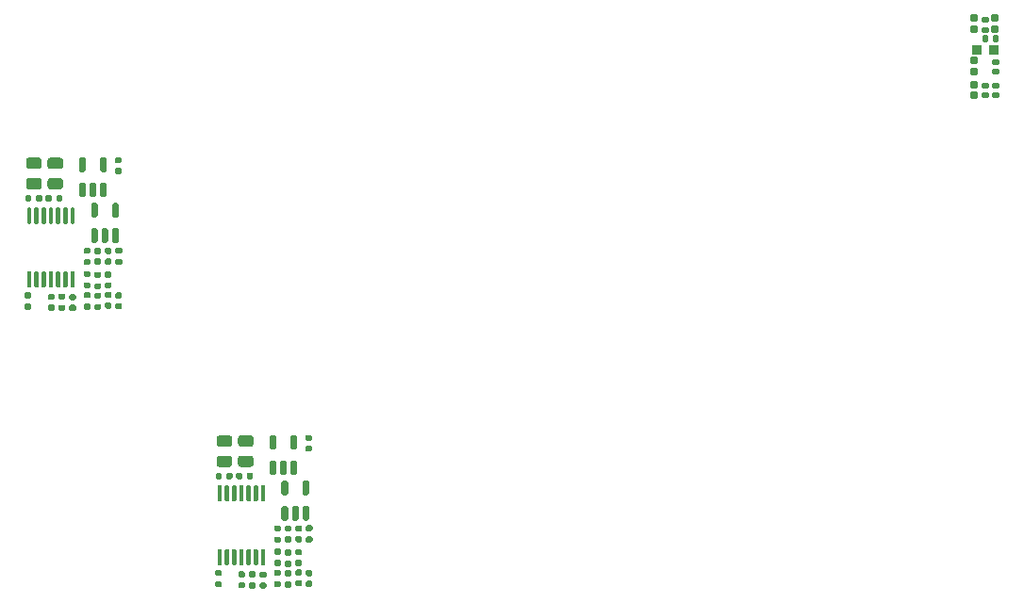
<source format=gbp>
G75*
G70*
%OFA0B0*%
%FSLAX25Y25*%
%IPPOS*%
%LPD*%
%AMOC8*
5,1,8,0,0,1.08239X$1,22.5*
%
%AMM122*
21,1,0.023620,0.018900,-0.000000,0.000000,270.000000*
21,1,0.018900,0.023620,-0.000000,0.000000,270.000000*
1,1,0.004720,-0.009450,-0.009450*
1,1,0.004720,-0.009450,0.009450*
1,1,0.004720,0.009450,0.009450*
1,1,0.004720,0.009450,-0.009450*
%
%AMM142*
21,1,0.033470,0.026770,-0.000000,0.000000,0.000000*
21,1,0.026770,0.033470,-0.000000,0.000000,0.000000*
1,1,0.006690,0.013390,-0.013390*
1,1,0.006690,-0.013390,-0.013390*
1,1,0.006690,-0.013390,0.013390*
1,1,0.006690,0.013390,0.013390*
%
%AMM316*
21,1,0.019680,0.019680,-0.000000,0.000000,0.000000*
21,1,0.015750,0.023620,-0.000000,0.000000,0.000000*
1,1,0.003940,0.007870,-0.009840*
1,1,0.003940,-0.007870,-0.009840*
1,1,0.003940,-0.007870,0.009840*
1,1,0.003940,0.007870,0.009840*
%
%AMM317*
21,1,0.019680,0.019680,-0.000000,0.000000,90.000000*
21,1,0.015750,0.023620,-0.000000,0.000000,90.000000*
1,1,0.003940,0.009840,0.007870*
1,1,0.003940,0.009840,-0.007870*
1,1,0.003940,-0.009840,-0.007870*
1,1,0.003940,-0.009840,0.007870*
%
%ADD264M122*%
%ADD288M142*%
%ADD481M316*%
%ADD482M317*%
X0098031Y0185827D02*
%LPD*%
G01*
G36*
G01*
X0128625Y0168898D02*
X0127444Y0168898D01*
G75*
G02*
X0126853Y0169488I0000000J0000591D01*
G01*
X0126853Y0173524D01*
G75*
G02*
X0127444Y0174114I0000591J0000000D01*
G01*
X0128625Y0174114D01*
G75*
G02*
X0129215Y0173524I0000000J-000591D01*
G01*
X0129215Y0169488D01*
G75*
G02*
X0128625Y0168898I-000591J0000000D01*
G01*
G37*
G36*
G01*
X0124884Y0168898D02*
X0123703Y0168898D01*
G75*
G02*
X0123113Y0169488I0000000J0000591D01*
G01*
X0123113Y0173524D01*
G75*
G02*
X0123703Y0174114I0000591J0000000D01*
G01*
X0124884Y0174114D01*
G75*
G02*
X0125475Y0173524I0000000J-000591D01*
G01*
X0125475Y0169488D01*
G75*
G02*
X0124884Y0168898I-000591J0000000D01*
G01*
G37*
G36*
G01*
X0121144Y0168898D02*
X0119963Y0168898D01*
G75*
G02*
X0119373Y0169488I0000000J0000591D01*
G01*
X0119373Y0173524D01*
G75*
G02*
X0119963Y0174114I0000591J0000000D01*
G01*
X0121144Y0174114D01*
G75*
G02*
X0121735Y0173524I0000000J-000591D01*
G01*
X0121735Y0169488D01*
G75*
G02*
X0121144Y0168898I-000591J0000000D01*
G01*
G37*
G36*
G01*
X0121144Y0177855D02*
X0119963Y0177855D01*
G75*
G02*
X0119373Y0178445I0000000J0000591D01*
G01*
X0119373Y0182481D01*
G75*
G02*
X0119963Y0183071I0000591J0000000D01*
G01*
X0121144Y0183071D01*
G75*
G02*
X0121735Y0182481I0000000J-000591D01*
G01*
X0121735Y0178445D01*
G75*
G02*
X0121144Y0177855I-000591J0000000D01*
G01*
G37*
G36*
G01*
X0128625Y0177855D02*
X0127444Y0177855D01*
G75*
G02*
X0126853Y0178445I0000000J0000591D01*
G01*
X0126853Y0182481D01*
G75*
G02*
X0127444Y0183071I0000591J0000000D01*
G01*
X0128625Y0183071D01*
G75*
G02*
X0129215Y0182481I0000000J-000591D01*
G01*
X0129215Y0178445D01*
G75*
G02*
X0128625Y0177855I-000591J0000000D01*
G01*
G37*
G36*
G01*
X0106338Y0169173D02*
X0106338Y0167835D01*
G75*
G02*
X0105787Y0167284I-000551J0000000D01*
G01*
X0104685Y0167284D01*
G75*
G02*
X0104133Y0167835I0000000J0000551D01*
G01*
X0104133Y0169173D01*
G75*
G02*
X0104685Y0169725I0000551J0000000D01*
G01*
X0105787Y0169725D01*
G75*
G02*
X0106338Y0169173I0000000J-000551D01*
G01*
G37*
G36*
G01*
X0102559Y0169173D02*
X0102559Y0167835D01*
G75*
G02*
X0102007Y0167284I-000551J0000000D01*
G01*
X0100905Y0167284D01*
G75*
G02*
X0100354Y0167835I0000000J0000551D01*
G01*
X0100354Y0169173D01*
G75*
G02*
X0100905Y0169725I0000551J0000000D01*
G01*
X0102007Y0169725D01*
G75*
G02*
X0102559Y0169173I0000000J-000551D01*
G01*
G37*
G36*
G01*
X0129055Y0142658D02*
X0130393Y0142658D01*
G75*
G02*
X0130944Y0142107I0000000J-000551D01*
G01*
X0130944Y0141004D01*
G75*
G02*
X0130393Y0140453I-000551J0000000D01*
G01*
X0129055Y0140453D01*
G75*
G02*
X0128503Y0141004I0000000J0000551D01*
G01*
X0128503Y0142107D01*
G75*
G02*
X0129055Y0142658I0000551J0000000D01*
G01*
G37*
G36*
G01*
X0129055Y0138878D02*
X0130393Y0138878D01*
G75*
G02*
X0130944Y0138327I0000000J-000551D01*
G01*
X0130944Y0137225D01*
G75*
G02*
X0130393Y0136673I-000551J0000000D01*
G01*
X0129055Y0136673D01*
G75*
G02*
X0128503Y0137225I0000000J0000551D01*
G01*
X0128503Y0138327D01*
G75*
G02*
X0129055Y0138878I0000551J0000000D01*
G01*
G37*
G36*
G01*
X0134055Y0129311D02*
X0132716Y0129311D01*
G75*
G02*
X0132165Y0129862I0000000J0000551D01*
G01*
X0132165Y0130965D01*
G75*
G02*
X0132716Y0131516I0000551J0000000D01*
G01*
X0134055Y0131516D01*
G75*
G02*
X0134606Y0130965I0000000J-000551D01*
G01*
X0134606Y0129862D01*
G75*
G02*
X0134055Y0129311I-000551J0000000D01*
G01*
G37*
G36*
G01*
X0134055Y0133091D02*
X0132716Y0133091D01*
G75*
G02*
X0132165Y0133642I0000000J0000551D01*
G01*
X0132165Y0134744D01*
G75*
G02*
X0132716Y0135296I0000551J0000000D01*
G01*
X0134055Y0135296D01*
G75*
G02*
X0134606Y0134744I0000000J-000551D01*
G01*
X0134606Y0133642D01*
G75*
G02*
X0134055Y0133091I-000551J0000000D01*
G01*
G37*
G36*
G01*
X0125314Y0151063D02*
X0126653Y0151063D01*
G75*
G02*
X0127204Y0150512I0000000J-000551D01*
G01*
X0127204Y0149410D01*
G75*
G02*
X0126653Y0148858I-000551J0000000D01*
G01*
X0125314Y0148858D01*
G75*
G02*
X0124763Y0149410I0000000J0000551D01*
G01*
X0124763Y0150512D01*
G75*
G02*
X0125314Y0151063I0000551J0000000D01*
G01*
G37*
G36*
G01*
X0125314Y0147284D02*
X0126653Y0147284D01*
G75*
G02*
X0127204Y0146733I0000000J-000551D01*
G01*
X0127204Y0145630D01*
G75*
G02*
X0126653Y0145079I-000551J0000000D01*
G01*
X0125314Y0145079D01*
G75*
G02*
X0124763Y0145630I0000000J0000551D01*
G01*
X0124763Y0146733D01*
G75*
G02*
X0125314Y0147284I0000551J0000000D01*
G01*
G37*
G36*
G01*
X0130393Y0129508D02*
X0129055Y0129508D01*
G75*
G02*
X0128503Y0130059I0000000J0000551D01*
G01*
X0128503Y0131162D01*
G75*
G02*
X0129055Y0131713I0000551J0000000D01*
G01*
X0130393Y0131713D01*
G75*
G02*
X0130944Y0131162I0000000J-000551D01*
G01*
X0130944Y0130059D01*
G75*
G02*
X0130393Y0129508I-000551J0000000D01*
G01*
G37*
G36*
G01*
X0130393Y0133288D02*
X0129055Y0133288D01*
G75*
G02*
X0128503Y0133839I0000000J0000551D01*
G01*
X0128503Y0134941D01*
G75*
G02*
X0129055Y0135492I0000551J0000000D01*
G01*
X0130393Y0135492D01*
G75*
G02*
X0130944Y0134941I0000000J-000551D01*
G01*
X0130944Y0133839D01*
G75*
G02*
X0130393Y0133288I-000551J0000000D01*
G01*
G37*
G36*
G01*
X0108877Y0134784D02*
X0110216Y0134784D01*
G75*
G02*
X0110767Y0134233I0000000J-000551D01*
G01*
X0110767Y0133130D01*
G75*
G02*
X0110216Y0132579I-000551J0000000D01*
G01*
X0108877Y0132579D01*
G75*
G02*
X0108326Y0133130I0000000J0000551D01*
G01*
X0108326Y0134233D01*
G75*
G02*
X0108877Y0134784I0000551J0000000D01*
G01*
G37*
G36*
G01*
X0108877Y0131004D02*
X0110216Y0131004D01*
G75*
G02*
X0110767Y0130453I0000000J-000551D01*
G01*
X0110767Y0129351D01*
G75*
G02*
X0110216Y0128799I-000551J0000000D01*
G01*
X0108877Y0128799D01*
G75*
G02*
X0108326Y0129351I0000000J0000551D01*
G01*
X0108326Y0130453D01*
G75*
G02*
X0108877Y0131004I0000551J0000000D01*
G01*
G37*
G36*
G01*
X0101377Y0165293D02*
X0102165Y0165293D01*
G75*
G02*
X0102559Y0164899I0000000J-000394D01*
G01*
X0102559Y0159879D01*
G75*
G02*
X0102165Y0159486I-000394J0000000D01*
G01*
X0101377Y0159486D01*
G75*
G02*
X0100984Y0159879I0000000J0000394D01*
G01*
X0100984Y0164899D01*
G75*
G02*
X0101377Y0165293I0000394J0000000D01*
G01*
G37*
G36*
G01*
X0103937Y0165293D02*
X0104724Y0165293D01*
G75*
G02*
X0105118Y0164899I0000000J-000394D01*
G01*
X0105118Y0159879D01*
G75*
G02*
X0104724Y0159486I-000394J0000000D01*
G01*
X0103937Y0159486D01*
G75*
G02*
X0103543Y0159879I0000000J0000394D01*
G01*
X0103543Y0164899D01*
G75*
G02*
X0103937Y0165293I0000394J0000000D01*
G01*
G37*
G36*
G01*
X0106496Y0165293D02*
X0107283Y0165293D01*
G75*
G02*
X0107677Y0164899I0000000J-000394D01*
G01*
X0107677Y0159879D01*
G75*
G02*
X0107283Y0159486I-000394J0000000D01*
G01*
X0106496Y0159486D01*
G75*
G02*
X0106102Y0159879I0000000J0000394D01*
G01*
X0106102Y0164899D01*
G75*
G02*
X0106496Y0165293I0000394J0000000D01*
G01*
G37*
G36*
G01*
X0109055Y0165293D02*
X0109842Y0165293D01*
G75*
G02*
X0110236Y0164899I0000000J-000394D01*
G01*
X0110236Y0159879D01*
G75*
G02*
X0109842Y0159486I-000394J0000000D01*
G01*
X0109055Y0159486D01*
G75*
G02*
X0108661Y0159879I0000000J0000394D01*
G01*
X0108661Y0164899D01*
G75*
G02*
X0109055Y0165293I0000394J0000000D01*
G01*
G37*
G36*
G01*
X0111614Y0165293D02*
X0112401Y0165293D01*
G75*
G02*
X0112795Y0164899I0000000J-000394D01*
G01*
X0112795Y0159879D01*
G75*
G02*
X0112401Y0159486I-000394J0000000D01*
G01*
X0111614Y0159486D01*
G75*
G02*
X0111220Y0159879I0000000J0000394D01*
G01*
X0111220Y0164899D01*
G75*
G02*
X0111614Y0165293I0000394J0000000D01*
G01*
G37*
G36*
G01*
X0114173Y0165293D02*
X0114960Y0165293D01*
G75*
G02*
X0115354Y0164899I0000000J-000394D01*
G01*
X0115354Y0159879D01*
G75*
G02*
X0114960Y0159486I-000394J0000000D01*
G01*
X0114173Y0159486D01*
G75*
G02*
X0113779Y0159879I0000000J0000394D01*
G01*
X0113779Y0164899D01*
G75*
G02*
X0114173Y0165293I0000394J0000000D01*
G01*
G37*
G36*
G01*
X0116732Y0165293D02*
X0117519Y0165293D01*
G75*
G02*
X0117913Y0164899I0000000J-000394D01*
G01*
X0117913Y0159879D01*
G75*
G02*
X0117519Y0159486I-000394J0000000D01*
G01*
X0116732Y0159486D01*
G75*
G02*
X0116338Y0159879I0000000J0000394D01*
G01*
X0116338Y0164899D01*
G75*
G02*
X0116732Y0165293I0000394J0000000D01*
G01*
G37*
G36*
G01*
X0116732Y0142753D02*
X0117519Y0142753D01*
G75*
G02*
X0117913Y0142360I0000000J-000394D01*
G01*
X0117913Y0137340D01*
G75*
G02*
X0117519Y0136946I-000394J0000000D01*
G01*
X0116732Y0136946D01*
G75*
G02*
X0116338Y0137340I0000000J0000394D01*
G01*
X0116338Y0142360D01*
G75*
G02*
X0116732Y0142753I0000394J0000000D01*
G01*
G37*
G36*
G01*
X0114173Y0142753D02*
X0114960Y0142753D01*
G75*
G02*
X0115354Y0142360I0000000J-000394D01*
G01*
X0115354Y0137340D01*
G75*
G02*
X0114960Y0136946I-000394J0000000D01*
G01*
X0114173Y0136946D01*
G75*
G02*
X0113779Y0137340I0000000J0000394D01*
G01*
X0113779Y0142360D01*
G75*
G02*
X0114173Y0142753I0000394J0000000D01*
G01*
G37*
G36*
G01*
X0111614Y0142753D02*
X0112401Y0142753D01*
G75*
G02*
X0112795Y0142360I0000000J-000394D01*
G01*
X0112795Y0137340D01*
G75*
G02*
X0112401Y0136946I-000394J0000000D01*
G01*
X0111614Y0136946D01*
G75*
G02*
X0111220Y0137340I0000000J0000394D01*
G01*
X0111220Y0142360D01*
G75*
G02*
X0111614Y0142753I0000394J0000000D01*
G01*
G37*
G36*
G01*
X0109055Y0142753D02*
X0109842Y0142753D01*
G75*
G02*
X0110236Y0142360I0000000J-000394D01*
G01*
X0110236Y0137340D01*
G75*
G02*
X0109842Y0136946I-000394J0000000D01*
G01*
X0109055Y0136946D01*
G75*
G02*
X0108661Y0137340I0000000J0000394D01*
G01*
X0108661Y0142360D01*
G75*
G02*
X0109055Y0142753I0000394J0000000D01*
G01*
G37*
G36*
G01*
X0106496Y0142753D02*
X0107283Y0142753D01*
G75*
G02*
X0107677Y0142360I0000000J-000394D01*
G01*
X0107677Y0137340D01*
G75*
G02*
X0107283Y0136946I-000394J0000000D01*
G01*
X0106496Y0136946D01*
G75*
G02*
X0106102Y0137340I0000000J0000394D01*
G01*
X0106102Y0142360D01*
G75*
G02*
X0106496Y0142753I0000394J0000000D01*
G01*
G37*
G36*
G01*
X0103937Y0142753D02*
X0104724Y0142753D01*
G75*
G02*
X0105118Y0142360I0000000J-000394D01*
G01*
X0105118Y0137340D01*
G75*
G02*
X0104724Y0136946I-000394J0000000D01*
G01*
X0103937Y0136946D01*
G75*
G02*
X0103543Y0137340I0000000J0000394D01*
G01*
X0103543Y0142360D01*
G75*
G02*
X0103937Y0142753I0000394J0000000D01*
G01*
G37*
G36*
G01*
X0101377Y0142753D02*
X0102165Y0142753D01*
G75*
G02*
X0102559Y0142360I0000000J-000394D01*
G01*
X0102559Y0137340D01*
G75*
G02*
X0102165Y0136946I-000394J0000000D01*
G01*
X0101377Y0136946D01*
G75*
G02*
X0100984Y0137340I0000000J0000394D01*
G01*
X0100984Y0142360D01*
G75*
G02*
X0101377Y0142753I0000394J0000000D01*
G01*
G37*
G36*
G01*
X0109248Y0182936D02*
X0112791Y0182936D01*
G75*
G02*
X0113775Y0181952I0000000J-000984D01*
G01*
X0113775Y0179885D01*
G75*
G02*
X0112791Y0178901I-000984J0000000D01*
G01*
X0109248Y0178901D01*
G75*
G02*
X0108263Y0179885I0000000J0000984D01*
G01*
X0108263Y0181952D01*
G75*
G02*
X0109248Y0182936I0000984J0000000D01*
G01*
G37*
G36*
G01*
X0109248Y0175751D02*
X0112791Y0175751D01*
G75*
G02*
X0113775Y0174767I0000000J-000984D01*
G01*
X0113775Y0172700D01*
G75*
G02*
X0112791Y0171716I-000984J0000000D01*
G01*
X0109248Y0171716D01*
G75*
G02*
X0108263Y0172700I0000000J0000984D01*
G01*
X0108263Y0174767D01*
G75*
G02*
X0109248Y0175751I0000984J0000000D01*
G01*
G37*
G36*
G01*
X0122972Y0136693D02*
X0121515Y0136693D01*
G75*
G02*
X0120984Y0137225I0000000J0000531D01*
G01*
X0120984Y0138288D01*
G75*
G02*
X0121515Y0138819I0000531J0000000D01*
G01*
X0122972Y0138819D01*
G75*
G02*
X0123503Y0138288I0000000J-000531D01*
G01*
X0123503Y0137225D01*
G75*
G02*
X0122972Y0136693I-000531J0000000D01*
G01*
G37*
G36*
G01*
X0122972Y0140709D02*
X0121515Y0140709D01*
G75*
G02*
X0120984Y0141240I0000000J0000531D01*
G01*
X0120984Y0142303D01*
G75*
G02*
X0121515Y0142835I0000531J0000000D01*
G01*
X0122972Y0142835D01*
G75*
G02*
X0123503Y0142303I0000000J-000531D01*
G01*
X0123503Y0141240D01*
G75*
G02*
X0122972Y0140709I-000531J0000000D01*
G01*
G37*
G36*
G01*
X0133897Y0177126D02*
X0132559Y0177126D01*
G75*
G02*
X0132007Y0177677I0000000J0000551D01*
G01*
X0132007Y0178780D01*
G75*
G02*
X0132559Y0179331I0000551J0000000D01*
G01*
X0133897Y0179331D01*
G75*
G02*
X0134448Y0178780I0000000J-000551D01*
G01*
X0134448Y0177677D01*
G75*
G02*
X0133897Y0177126I-000551J0000000D01*
G01*
G37*
G36*
G01*
X0133897Y0180906D02*
X0132559Y0180906D01*
G75*
G02*
X0132007Y0181457I0000000J0000551D01*
G01*
X0132007Y0182559D01*
G75*
G02*
X0132559Y0183110I0000551J0000000D01*
G01*
X0133897Y0183110D01*
G75*
G02*
X0134448Y0182559I0000000J-000551D01*
G01*
X0134448Y0181457D01*
G75*
G02*
X0133897Y0180906I-000551J0000000D01*
G01*
G37*
G36*
G01*
X0126712Y0129016D02*
X0125255Y0129016D01*
G75*
G02*
X0124724Y0129547I0000000J0000531D01*
G01*
X0124724Y0130610D01*
G75*
G02*
X0125255Y0131142I0000531J0000000D01*
G01*
X0126712Y0131142D01*
G75*
G02*
X0127244Y0130610I0000000J-000531D01*
G01*
X0127244Y0129547D01*
G75*
G02*
X0126712Y0129016I-000531J0000000D01*
G01*
G37*
G36*
G01*
X0126712Y0133032D02*
X0125255Y0133032D01*
G75*
G02*
X0124724Y0133563I0000000J0000531D01*
G01*
X0124724Y0134626D01*
G75*
G02*
X0125255Y0135158I0000531J0000000D01*
G01*
X0126712Y0135158D01*
G75*
G02*
X0127244Y0134626I0000000J-000531D01*
G01*
X0127244Y0133563D01*
G75*
G02*
X0126712Y0133032I-000531J0000000D01*
G01*
G37*
G36*
G01*
X0122972Y0144949D02*
X0121516Y0144949D01*
G75*
G02*
X0120984Y0145481I0000000J0000531D01*
G01*
X0120984Y0146544D01*
G75*
G02*
X0121516Y0147075I0000531J0000000D01*
G01*
X0122972Y0147075D01*
G75*
G02*
X0123504Y0146544I0000000J-000531D01*
G01*
X0123504Y0145481D01*
G75*
G02*
X0122972Y0144949I-000531J0000000D01*
G01*
G37*
G36*
G01*
X0122972Y0148965D02*
X0121516Y0148965D01*
G75*
G02*
X0120984Y0149497I0000000J0000531D01*
G01*
X0120984Y0150560D01*
G75*
G02*
X0121516Y0151091I0000531J0000000D01*
G01*
X0122972Y0151091D01*
G75*
G02*
X0123504Y0150560I0000000J-000531D01*
G01*
X0123504Y0149497D01*
G75*
G02*
X0122972Y0148965I-000531J0000000D01*
G01*
G37*
G36*
G01*
X0105216Y0171716D02*
X0101673Y0171716D01*
G75*
G02*
X0100688Y0172700I0000000J0000984D01*
G01*
X0100688Y0174767D01*
G75*
G02*
X0101673Y0175751I0000984J0000000D01*
G01*
X0105216Y0175751D01*
G75*
G02*
X0106200Y0174767I0000000J-000984D01*
G01*
X0106200Y0172700D01*
G75*
G02*
X0105216Y0171716I-000984J0000000D01*
G01*
G37*
G36*
G01*
X0105216Y0178901D02*
X0101673Y0178901D01*
G75*
G02*
X0100688Y0179885I0000000J0000984D01*
G01*
X0100688Y0181952D01*
G75*
G02*
X0101673Y0182936I0000984J0000000D01*
G01*
X0105216Y0182936D01*
G75*
G02*
X0106200Y0181952I0000000J-000984D01*
G01*
X0106200Y0179885D01*
G75*
G02*
X0105216Y0178901I-000984J0000000D01*
G01*
G37*
G36*
G01*
X0134114Y0145000D02*
X0132657Y0145000D01*
G75*
G02*
X0132125Y0145532I0000000J0000531D01*
G01*
X0132125Y0146595D01*
G75*
G02*
X0132657Y0147126I0000531J0000000D01*
G01*
X0134114Y0147126D01*
G75*
G02*
X0134645Y0146595I0000000J-000531D01*
G01*
X0134645Y0145532D01*
G75*
G02*
X0134114Y0145000I-000531J0000000D01*
G01*
G37*
G36*
G01*
X0134114Y0149016D02*
X0132657Y0149016D01*
G75*
G02*
X0132125Y0149547I0000000J0000531D01*
G01*
X0132125Y0150610D01*
G75*
G02*
X0132657Y0151142I0000531J0000000D01*
G01*
X0134114Y0151142D01*
G75*
G02*
X0134645Y0150610I0000000J-000531D01*
G01*
X0134645Y0149547D01*
G75*
G02*
X0134114Y0149016I-000531J0000000D01*
G01*
G37*
G36*
G01*
X0100610Y0135315D02*
X0102066Y0135315D01*
G75*
G02*
X0102598Y0134784I0000000J-000531D01*
G01*
X0102598Y0133721D01*
G75*
G02*
X0102066Y0133189I-000531J0000000D01*
G01*
X0100610Y0133189D01*
G75*
G02*
X0100078Y0133721I0000000J0000531D01*
G01*
X0100078Y0134784D01*
G75*
G02*
X0100610Y0135315I0000531J0000000D01*
G01*
G37*
G36*
G01*
X0100610Y0131299D02*
X0102066Y0131299D01*
G75*
G02*
X0102598Y0130768I0000000J-000531D01*
G01*
X0102598Y0129705D01*
G75*
G02*
X0102066Y0129173I-000531J0000000D01*
G01*
X0100610Y0129173D01*
G75*
G02*
X0100078Y0129705I0000000J0000531D01*
G01*
X0100078Y0130768D01*
G75*
G02*
X0100610Y0131299I0000531J0000000D01*
G01*
G37*
G36*
G01*
X0112559Y0134862D02*
X0114015Y0134862D01*
G75*
G02*
X0114547Y0134331I0000000J-000531D01*
G01*
X0114547Y0133268D01*
G75*
G02*
X0114015Y0132736I-000531J0000000D01*
G01*
X0112559Y0132736D01*
G75*
G02*
X0112027Y0133268I0000000J0000531D01*
G01*
X0112027Y0134331D01*
G75*
G02*
X0112559Y0134862I0000531J0000000D01*
G01*
G37*
G36*
G01*
X0112559Y0130847D02*
X0114015Y0130847D01*
G75*
G02*
X0114547Y0130315I0000000J-000531D01*
G01*
X0114547Y0129252D01*
G75*
G02*
X0114015Y0128721I-000531J0000000D01*
G01*
X0112559Y0128721D01*
G75*
G02*
X0112027Y0129252I0000000J0000531D01*
G01*
X0112027Y0130315D01*
G75*
G02*
X0112559Y0130847I0000531J0000000D01*
G01*
G37*
G36*
G01*
X0126712Y0136398D02*
X0125255Y0136398D01*
G75*
G02*
X0124724Y0136929I0000000J0000531D01*
G01*
X0124724Y0137992D01*
G75*
G02*
X0125255Y0138524I0000531J0000000D01*
G01*
X0126712Y0138524D01*
G75*
G02*
X0127244Y0137992I0000000J-000531D01*
G01*
X0127244Y0136929D01*
G75*
G02*
X0126712Y0136398I-000531J0000000D01*
G01*
G37*
G36*
G01*
X0126712Y0140414D02*
X0125255Y0140414D01*
G75*
G02*
X0124724Y0140945I0000000J0000531D01*
G01*
X0124724Y0142008D01*
G75*
G02*
X0125255Y0142540I0000531J0000000D01*
G01*
X0126712Y0142540D01*
G75*
G02*
X0127244Y0142008I0000000J-000531D01*
G01*
X0127244Y0140945D01*
G75*
G02*
X0126712Y0140414I-000531J0000000D01*
G01*
G37*
G36*
G01*
X0117795Y0128701D02*
X0116456Y0128701D01*
G75*
G02*
X0115905Y0129252I0000000J0000551D01*
G01*
X0115905Y0130355D01*
G75*
G02*
X0116456Y0130906I0000551J0000000D01*
G01*
X0117795Y0130906D01*
G75*
G02*
X0118346Y0130355I0000000J-000551D01*
G01*
X0118346Y0129252D01*
G75*
G02*
X0117795Y0128701I-000551J0000000D01*
G01*
G37*
G36*
G01*
X0117795Y0132481D02*
X0116456Y0132481D01*
G75*
G02*
X0115905Y0133032I0000000J0000551D01*
G01*
X0115905Y0134134D01*
G75*
G02*
X0116456Y0134685I0000551J0000000D01*
G01*
X0117795Y0134685D01*
G75*
G02*
X0118346Y0134134I0000000J-000551D01*
G01*
X0118346Y0133032D01*
G75*
G02*
X0117795Y0132481I-000551J0000000D01*
G01*
G37*
G36*
G01*
X0107580Y0167849D02*
X0107580Y0169187D01*
G75*
G02*
X0108131Y0169739I0000551J0000000D01*
G01*
X0109233Y0169739D01*
G75*
G02*
X0109785Y0169187I0000000J-000551D01*
G01*
X0109785Y0167849D01*
G75*
G02*
X0109233Y0167298I-000551J0000000D01*
G01*
X0108131Y0167298D01*
G75*
G02*
X0107580Y0167849I0000000J0000551D01*
G01*
G37*
G36*
G01*
X0111359Y0167849D02*
X0111359Y0169187D01*
G75*
G02*
X0111910Y0169739I0000551J0000000D01*
G01*
X0113013Y0169739D01*
G75*
G02*
X0113564Y0169187I0000000J-000551D01*
G01*
X0113564Y0167849D01*
G75*
G02*
X0113013Y0167298I-000551J0000000D01*
G01*
X0111910Y0167298D01*
G75*
G02*
X0111359Y0167849I0000000J0000551D01*
G01*
G37*
G36*
G01*
X0121515Y0135355D02*
X0122972Y0135355D01*
G75*
G02*
X0123503Y0134823I0000000J-000531D01*
G01*
X0123503Y0133760D01*
G75*
G02*
X0122972Y0133229I-000531J0000000D01*
G01*
X0121515Y0133229D01*
G75*
G02*
X0120984Y0133760I0000000J0000531D01*
G01*
X0120984Y0134823D01*
G75*
G02*
X0121515Y0135355I0000531J0000000D01*
G01*
G37*
G36*
G01*
X0121515Y0131339D02*
X0122972Y0131339D01*
G75*
G02*
X0123503Y0130807I0000000J-000531D01*
G01*
X0123503Y0129744D01*
G75*
G02*
X0122972Y0129213I-000531J0000000D01*
G01*
X0121515Y0129213D01*
G75*
G02*
X0120984Y0129744I0000000J0000531D01*
G01*
X0120984Y0130807D01*
G75*
G02*
X0121515Y0131339I0000531J0000000D01*
G01*
G37*
G36*
G01*
X0132874Y0152756D02*
X0131692Y0152756D01*
G75*
G02*
X0131102Y0153347I0000000J0000591D01*
G01*
X0131102Y0157382D01*
G75*
G02*
X0131692Y0157973I0000591J0000000D01*
G01*
X0132874Y0157973D01*
G75*
G02*
X0133464Y0157382I0000000J-000591D01*
G01*
X0133464Y0153347D01*
G75*
G02*
X0132874Y0152756I-000591J0000000D01*
G01*
G37*
G36*
G01*
X0129133Y0152756D02*
X0127952Y0152756D01*
G75*
G02*
X0127362Y0153347I0000000J0000591D01*
G01*
X0127362Y0157382D01*
G75*
G02*
X0127952Y0157973I0000591J0000000D01*
G01*
X0129133Y0157973D01*
G75*
G02*
X0129724Y0157382I0000000J-000591D01*
G01*
X0129724Y0153347D01*
G75*
G02*
X0129133Y0152756I-000591J0000000D01*
G01*
G37*
G36*
G01*
X0125393Y0152756D02*
X0124212Y0152756D01*
G75*
G02*
X0123622Y0153347I0000000J0000591D01*
G01*
X0123622Y0157382D01*
G75*
G02*
X0124212Y0157973I0000591J0000000D01*
G01*
X0125393Y0157973D01*
G75*
G02*
X0125984Y0157382I0000000J-000591D01*
G01*
X0125984Y0153347D01*
G75*
G02*
X0125393Y0152756I-000591J0000000D01*
G01*
G37*
G36*
G01*
X0125393Y0161713D02*
X0124212Y0161713D01*
G75*
G02*
X0123622Y0162303I0000000J0000591D01*
G01*
X0123622Y0166339D01*
G75*
G02*
X0124212Y0166929I0000591J0000000D01*
G01*
X0125393Y0166929D01*
G75*
G02*
X0125984Y0166339I0000000J-000591D01*
G01*
X0125984Y0162303D01*
G75*
G02*
X0125393Y0161713I-000591J0000000D01*
G01*
G37*
G36*
G01*
X0132874Y0161713D02*
X0131692Y0161713D01*
G75*
G02*
X0131102Y0162303I0000000J0000591D01*
G01*
X0131102Y0166339D01*
G75*
G02*
X0131692Y0166929I0000591J0000000D01*
G01*
X0132874Y0166929D01*
G75*
G02*
X0133464Y0166339I0000000J-000591D01*
G01*
X0133464Y0162303D01*
G75*
G02*
X0132874Y0161713I-000591J0000000D01*
G01*
G37*
G36*
G01*
X0129055Y0151063D02*
X0130393Y0151063D01*
G75*
G02*
X0130944Y0150512I0000000J-000551D01*
G01*
X0130944Y0149410D01*
G75*
G02*
X0130393Y0148858I-000551J0000000D01*
G01*
X0129055Y0148858D01*
G75*
G02*
X0128503Y0149410I0000000J0000551D01*
G01*
X0128503Y0150512D01*
G75*
G02*
X0129055Y0151063I0000551J0000000D01*
G01*
G37*
G36*
G01*
X0129055Y0147284D02*
X0130393Y0147284D01*
G75*
G02*
X0130944Y0146733I0000000J-000551D01*
G01*
X0130944Y0145630D01*
G75*
G02*
X0130393Y0145079I-000551J0000000D01*
G01*
X0129055Y0145079D01*
G75*
G02*
X0128503Y0145630I0000000J0000551D01*
G01*
X0128503Y0146733D01*
G75*
G02*
X0129055Y0147284I0000551J0000000D01*
G01*
G37*
X0030709Y0284055D02*
%LPD*%
G01*
G36*
G01*
X0061303Y0267126D02*
X0060122Y0267126D01*
G75*
G02*
X0059531Y0267716I0000000J0000591D01*
G01*
X0059531Y0271752D01*
G75*
G02*
X0060122Y0272342I0000591J0000000D01*
G01*
X0061303Y0272342D01*
G75*
G02*
X0061893Y0271752I0000000J-000591D01*
G01*
X0061893Y0267716D01*
G75*
G02*
X0061303Y0267126I-000591J0000000D01*
G01*
G37*
G36*
G01*
X0057562Y0267126D02*
X0056381Y0267126D01*
G75*
G02*
X0055791Y0267716I0000000J0000591D01*
G01*
X0055791Y0271752D01*
G75*
G02*
X0056381Y0272342I0000591J0000000D01*
G01*
X0057562Y0272342D01*
G75*
G02*
X0058153Y0271752I0000000J-000591D01*
G01*
X0058153Y0267716D01*
G75*
G02*
X0057562Y0267126I-000591J0000000D01*
G01*
G37*
G36*
G01*
X0053822Y0267126D02*
X0052641Y0267126D01*
G75*
G02*
X0052051Y0267716I0000000J0000591D01*
G01*
X0052051Y0271752D01*
G75*
G02*
X0052641Y0272342I0000591J0000000D01*
G01*
X0053822Y0272342D01*
G75*
G02*
X0054413Y0271752I0000000J-000591D01*
G01*
X0054413Y0267716D01*
G75*
G02*
X0053822Y0267126I-000591J0000000D01*
G01*
G37*
G36*
G01*
X0053822Y0276083D02*
X0052641Y0276083D01*
G75*
G02*
X0052051Y0276673I0000000J0000591D01*
G01*
X0052051Y0280709D01*
G75*
G02*
X0052641Y0281299I0000591J0000000D01*
G01*
X0053822Y0281299D01*
G75*
G02*
X0054413Y0280709I0000000J-000591D01*
G01*
X0054413Y0276673D01*
G75*
G02*
X0053822Y0276083I-000591J0000000D01*
G01*
G37*
G36*
G01*
X0061303Y0276083D02*
X0060122Y0276083D01*
G75*
G02*
X0059531Y0276673I0000000J0000591D01*
G01*
X0059531Y0280709D01*
G75*
G02*
X0060122Y0281299I0000591J0000000D01*
G01*
X0061303Y0281299D01*
G75*
G02*
X0061893Y0280709I0000000J-000591D01*
G01*
X0061893Y0276673D01*
G75*
G02*
X0061303Y0276083I-000591J0000000D01*
G01*
G37*
G36*
G01*
X0039016Y0267401D02*
X0039016Y0266063D01*
G75*
G02*
X0038465Y0265512I-000551J0000000D01*
G01*
X0037363Y0265512D01*
G75*
G02*
X0036811Y0266063I0000000J0000551D01*
G01*
X0036811Y0267401D01*
G75*
G02*
X0037363Y0267953I0000551J0000000D01*
G01*
X0038465Y0267953D01*
G75*
G02*
X0039016Y0267401I0000000J-000551D01*
G01*
G37*
G36*
G01*
X0035237Y0267401D02*
X0035237Y0266063D01*
G75*
G02*
X0034685Y0265512I-000551J0000000D01*
G01*
X0033583Y0265512D01*
G75*
G02*
X0033032Y0266063I0000000J0000551D01*
G01*
X0033032Y0267401D01*
G75*
G02*
X0033583Y0267953I0000551J0000000D01*
G01*
X0034685Y0267953D01*
G75*
G02*
X0035237Y0267401I0000000J-000551D01*
G01*
G37*
G36*
G01*
X0061733Y0240886D02*
X0063071Y0240886D01*
G75*
G02*
X0063622Y0240335I0000000J-000551D01*
G01*
X0063622Y0239232D01*
G75*
G02*
X0063071Y0238681I-000551J0000000D01*
G01*
X0061733Y0238681D01*
G75*
G02*
X0061181Y0239232I0000000J0000551D01*
G01*
X0061181Y0240335D01*
G75*
G02*
X0061733Y0240886I0000551J0000000D01*
G01*
G37*
G36*
G01*
X0061733Y0237106D02*
X0063071Y0237106D01*
G75*
G02*
X0063622Y0236555I0000000J-000551D01*
G01*
X0063622Y0235453D01*
G75*
G02*
X0063071Y0234901I-000551J0000000D01*
G01*
X0061733Y0234901D01*
G75*
G02*
X0061181Y0235453I0000000J0000551D01*
G01*
X0061181Y0236555D01*
G75*
G02*
X0061733Y0237106I0000551J0000000D01*
G01*
G37*
G36*
G01*
X0066733Y0227539D02*
X0065394Y0227539D01*
G75*
G02*
X0064843Y0228090I0000000J0000551D01*
G01*
X0064843Y0229193D01*
G75*
G02*
X0065394Y0229744I0000551J0000000D01*
G01*
X0066733Y0229744D01*
G75*
G02*
X0067284Y0229193I0000000J-000551D01*
G01*
X0067284Y0228090D01*
G75*
G02*
X0066733Y0227539I-000551J0000000D01*
G01*
G37*
G36*
G01*
X0066733Y0231319D02*
X0065394Y0231319D01*
G75*
G02*
X0064843Y0231870I0000000J0000551D01*
G01*
X0064843Y0232972D01*
G75*
G02*
X0065394Y0233524I0000551J0000000D01*
G01*
X0066733Y0233524D01*
G75*
G02*
X0067284Y0232972I0000000J-000551D01*
G01*
X0067284Y0231870D01*
G75*
G02*
X0066733Y0231319I-000551J0000000D01*
G01*
G37*
G36*
G01*
X0057992Y0249291D02*
X0059331Y0249291D01*
G75*
G02*
X0059882Y0248740I0000000J-000551D01*
G01*
X0059882Y0247638D01*
G75*
G02*
X0059331Y0247086I-000551J0000000D01*
G01*
X0057992Y0247086D01*
G75*
G02*
X0057441Y0247638I0000000J0000551D01*
G01*
X0057441Y0248740D01*
G75*
G02*
X0057992Y0249291I0000551J0000000D01*
G01*
G37*
G36*
G01*
X0057992Y0245512D02*
X0059331Y0245512D01*
G75*
G02*
X0059882Y0244961I0000000J-000551D01*
G01*
X0059882Y0243858D01*
G75*
G02*
X0059331Y0243307I-000551J0000000D01*
G01*
X0057992Y0243307D01*
G75*
G02*
X0057441Y0243858I0000000J0000551D01*
G01*
X0057441Y0244961D01*
G75*
G02*
X0057992Y0245512I0000551J0000000D01*
G01*
G37*
G36*
G01*
X0063071Y0227736D02*
X0061733Y0227736D01*
G75*
G02*
X0061181Y0228287I0000000J0000551D01*
G01*
X0061181Y0229390D01*
G75*
G02*
X0061733Y0229941I0000551J0000000D01*
G01*
X0063071Y0229941D01*
G75*
G02*
X0063622Y0229390I0000000J-000551D01*
G01*
X0063622Y0228287D01*
G75*
G02*
X0063071Y0227736I-000551J0000000D01*
G01*
G37*
G36*
G01*
X0063071Y0231516D02*
X0061733Y0231516D01*
G75*
G02*
X0061181Y0232067I0000000J0000551D01*
G01*
X0061181Y0233169D01*
G75*
G02*
X0061733Y0233720I0000551J0000000D01*
G01*
X0063071Y0233720D01*
G75*
G02*
X0063622Y0233169I0000000J-000551D01*
G01*
X0063622Y0232067D01*
G75*
G02*
X0063071Y0231516I-000551J0000000D01*
G01*
G37*
G36*
G01*
X0041555Y0233012D02*
X0042894Y0233012D01*
G75*
G02*
X0043445Y0232461I0000000J-000551D01*
G01*
X0043445Y0231358D01*
G75*
G02*
X0042894Y0230807I-000551J0000000D01*
G01*
X0041555Y0230807D01*
G75*
G02*
X0041004Y0231358I0000000J0000551D01*
G01*
X0041004Y0232461D01*
G75*
G02*
X0041555Y0233012I0000551J0000000D01*
G01*
G37*
G36*
G01*
X0041555Y0229232D02*
X0042894Y0229232D01*
G75*
G02*
X0043445Y0228681I0000000J-000551D01*
G01*
X0043445Y0227579D01*
G75*
G02*
X0042894Y0227027I-000551J0000000D01*
G01*
X0041555Y0227027D01*
G75*
G02*
X0041004Y0227579I0000000J0000551D01*
G01*
X0041004Y0228681D01*
G75*
G02*
X0041555Y0229232I0000551J0000000D01*
G01*
G37*
G36*
G01*
X0034055Y0263521D02*
X0034843Y0263521D01*
G75*
G02*
X0035237Y0263127I0000000J-000394D01*
G01*
X0035237Y0258107D01*
G75*
G02*
X0034843Y0257714I-000394J0000000D01*
G01*
X0034055Y0257714D01*
G75*
G02*
X0033662Y0258107I0000000J0000394D01*
G01*
X0033662Y0263127D01*
G75*
G02*
X0034055Y0263521I0000394J0000000D01*
G01*
G37*
G36*
G01*
X0036615Y0263521D02*
X0037402Y0263521D01*
G75*
G02*
X0037796Y0263127I0000000J-000394D01*
G01*
X0037796Y0258107D01*
G75*
G02*
X0037402Y0257714I-000394J0000000D01*
G01*
X0036615Y0257714D01*
G75*
G02*
X0036221Y0258107I0000000J0000394D01*
G01*
X0036221Y0263127D01*
G75*
G02*
X0036615Y0263521I0000394J0000000D01*
G01*
G37*
G36*
G01*
X0039174Y0263521D02*
X0039961Y0263521D01*
G75*
G02*
X0040355Y0263127I0000000J-000394D01*
G01*
X0040355Y0258107D01*
G75*
G02*
X0039961Y0257714I-000394J0000000D01*
G01*
X0039174Y0257714D01*
G75*
G02*
X0038780Y0258107I0000000J0000394D01*
G01*
X0038780Y0263127D01*
G75*
G02*
X0039174Y0263521I0000394J0000000D01*
G01*
G37*
G36*
G01*
X0041733Y0263521D02*
X0042520Y0263521D01*
G75*
G02*
X0042914Y0263127I0000000J-000394D01*
G01*
X0042914Y0258107D01*
G75*
G02*
X0042520Y0257714I-000394J0000000D01*
G01*
X0041733Y0257714D01*
G75*
G02*
X0041339Y0258107I0000000J0000394D01*
G01*
X0041339Y0263127D01*
G75*
G02*
X0041733Y0263521I0000394J0000000D01*
G01*
G37*
G36*
G01*
X0044292Y0263521D02*
X0045079Y0263521D01*
G75*
G02*
X0045473Y0263127I0000000J-000394D01*
G01*
X0045473Y0258107D01*
G75*
G02*
X0045079Y0257714I-000394J0000000D01*
G01*
X0044292Y0257714D01*
G75*
G02*
X0043898Y0258107I0000000J0000394D01*
G01*
X0043898Y0263127D01*
G75*
G02*
X0044292Y0263521I0000394J0000000D01*
G01*
G37*
G36*
G01*
X0046851Y0263521D02*
X0047638Y0263521D01*
G75*
G02*
X0048032Y0263127I0000000J-000394D01*
G01*
X0048032Y0258107D01*
G75*
G02*
X0047638Y0257714I-000394J0000000D01*
G01*
X0046851Y0257714D01*
G75*
G02*
X0046457Y0258107I0000000J0000394D01*
G01*
X0046457Y0263127D01*
G75*
G02*
X0046851Y0263521I0000394J0000000D01*
G01*
G37*
G36*
G01*
X0049410Y0263521D02*
X0050197Y0263521D01*
G75*
G02*
X0050591Y0263127I0000000J-000394D01*
G01*
X0050591Y0258107D01*
G75*
G02*
X0050197Y0257714I-000394J0000000D01*
G01*
X0049410Y0257714D01*
G75*
G02*
X0049016Y0258107I0000000J0000394D01*
G01*
X0049016Y0263127D01*
G75*
G02*
X0049410Y0263521I0000394J0000000D01*
G01*
G37*
G36*
G01*
X0049410Y0240981D02*
X0050197Y0240981D01*
G75*
G02*
X0050591Y0240588I0000000J-000394D01*
G01*
X0050591Y0235568D01*
G75*
G02*
X0050197Y0235174I-000394J0000000D01*
G01*
X0049410Y0235174D01*
G75*
G02*
X0049016Y0235568I0000000J0000394D01*
G01*
X0049016Y0240588D01*
G75*
G02*
X0049410Y0240981I0000394J0000000D01*
G01*
G37*
G36*
G01*
X0046851Y0240981D02*
X0047638Y0240981D01*
G75*
G02*
X0048032Y0240588I0000000J-000394D01*
G01*
X0048032Y0235568D01*
G75*
G02*
X0047638Y0235174I-000394J0000000D01*
G01*
X0046851Y0235174D01*
G75*
G02*
X0046457Y0235568I0000000J0000394D01*
G01*
X0046457Y0240588D01*
G75*
G02*
X0046851Y0240981I0000394J0000000D01*
G01*
G37*
G36*
G01*
X0044292Y0240981D02*
X0045079Y0240981D01*
G75*
G02*
X0045473Y0240588I0000000J-000394D01*
G01*
X0045473Y0235568D01*
G75*
G02*
X0045079Y0235174I-000394J0000000D01*
G01*
X0044292Y0235174D01*
G75*
G02*
X0043898Y0235568I0000000J0000394D01*
G01*
X0043898Y0240588D01*
G75*
G02*
X0044292Y0240981I0000394J0000000D01*
G01*
G37*
G36*
G01*
X0041733Y0240981D02*
X0042520Y0240981D01*
G75*
G02*
X0042914Y0240588I0000000J-000394D01*
G01*
X0042914Y0235568D01*
G75*
G02*
X0042520Y0235174I-000394J0000000D01*
G01*
X0041733Y0235174D01*
G75*
G02*
X0041339Y0235568I0000000J0000394D01*
G01*
X0041339Y0240588D01*
G75*
G02*
X0041733Y0240981I0000394J0000000D01*
G01*
G37*
G36*
G01*
X0039174Y0240981D02*
X0039961Y0240981D01*
G75*
G02*
X0040355Y0240588I0000000J-000394D01*
G01*
X0040355Y0235568D01*
G75*
G02*
X0039961Y0235174I-000394J0000000D01*
G01*
X0039174Y0235174D01*
G75*
G02*
X0038780Y0235568I0000000J0000394D01*
G01*
X0038780Y0240588D01*
G75*
G02*
X0039174Y0240981I0000394J0000000D01*
G01*
G37*
G36*
G01*
X0036615Y0240981D02*
X0037402Y0240981D01*
G75*
G02*
X0037796Y0240588I0000000J-000394D01*
G01*
X0037796Y0235568D01*
G75*
G02*
X0037402Y0235174I-000394J0000000D01*
G01*
X0036615Y0235174D01*
G75*
G02*
X0036221Y0235568I0000000J0000394D01*
G01*
X0036221Y0240588D01*
G75*
G02*
X0036615Y0240981I0000394J0000000D01*
G01*
G37*
G36*
G01*
X0034055Y0240981D02*
X0034843Y0240981D01*
G75*
G02*
X0035237Y0240588I0000000J-000394D01*
G01*
X0035237Y0235568D01*
G75*
G02*
X0034843Y0235174I-000394J0000000D01*
G01*
X0034055Y0235174D01*
G75*
G02*
X0033662Y0235568I0000000J0000394D01*
G01*
X0033662Y0240588D01*
G75*
G02*
X0034055Y0240981I0000394J0000000D01*
G01*
G37*
G36*
G01*
X0041926Y0281164D02*
X0045469Y0281164D01*
G75*
G02*
X0046453Y0280180I0000000J-000984D01*
G01*
X0046453Y0278113D01*
G75*
G02*
X0045469Y0277129I-000984J0000000D01*
G01*
X0041926Y0277129D01*
G75*
G02*
X0040941Y0278113I0000000J0000984D01*
G01*
X0040941Y0280180D01*
G75*
G02*
X0041926Y0281164I0000984J0000000D01*
G01*
G37*
G36*
G01*
X0041926Y0273979D02*
X0045469Y0273979D01*
G75*
G02*
X0046453Y0272995I0000000J-000984D01*
G01*
X0046453Y0270928D01*
G75*
G02*
X0045469Y0269944I-000984J0000000D01*
G01*
X0041926Y0269944D01*
G75*
G02*
X0040941Y0270928I0000000J0000984D01*
G01*
X0040941Y0272995D01*
G75*
G02*
X0041926Y0273979I0000984J0000000D01*
G01*
G37*
G36*
G01*
X0055650Y0234921D02*
X0054193Y0234921D01*
G75*
G02*
X0053662Y0235453I0000000J0000531D01*
G01*
X0053662Y0236516D01*
G75*
G02*
X0054193Y0237047I0000531J0000000D01*
G01*
X0055650Y0237047D01*
G75*
G02*
X0056181Y0236516I0000000J-000531D01*
G01*
X0056181Y0235453D01*
G75*
G02*
X0055650Y0234921I-000531J0000000D01*
G01*
G37*
G36*
G01*
X0055650Y0238937D02*
X0054193Y0238937D01*
G75*
G02*
X0053662Y0239468I0000000J0000531D01*
G01*
X0053662Y0240531D01*
G75*
G02*
X0054193Y0241063I0000531J0000000D01*
G01*
X0055650Y0241063D01*
G75*
G02*
X0056181Y0240531I0000000J-000531D01*
G01*
X0056181Y0239468D01*
G75*
G02*
X0055650Y0238937I-000531J0000000D01*
G01*
G37*
G36*
G01*
X0066575Y0275354D02*
X0065237Y0275354D01*
G75*
G02*
X0064685Y0275905I0000000J0000551D01*
G01*
X0064685Y0277008D01*
G75*
G02*
X0065237Y0277559I0000551J0000000D01*
G01*
X0066575Y0277559D01*
G75*
G02*
X0067126Y0277008I0000000J-000551D01*
G01*
X0067126Y0275905D01*
G75*
G02*
X0066575Y0275354I-000551J0000000D01*
G01*
G37*
G36*
G01*
X0066575Y0279134D02*
X0065237Y0279134D01*
G75*
G02*
X0064685Y0279685I0000000J0000551D01*
G01*
X0064685Y0280787D01*
G75*
G02*
X0065237Y0281338I0000551J0000000D01*
G01*
X0066575Y0281338D01*
G75*
G02*
X0067126Y0280787I0000000J-000551D01*
G01*
X0067126Y0279685D01*
G75*
G02*
X0066575Y0279134I-000551J0000000D01*
G01*
G37*
G36*
G01*
X0059390Y0227244D02*
X0057933Y0227244D01*
G75*
G02*
X0057402Y0227775I0000000J0000531D01*
G01*
X0057402Y0228838D01*
G75*
G02*
X0057933Y0229370I0000531J0000000D01*
G01*
X0059390Y0229370D01*
G75*
G02*
X0059922Y0228838I0000000J-000531D01*
G01*
X0059922Y0227775D01*
G75*
G02*
X0059390Y0227244I-000531J0000000D01*
G01*
G37*
G36*
G01*
X0059390Y0231260D02*
X0057933Y0231260D01*
G75*
G02*
X0057402Y0231791I0000000J0000531D01*
G01*
X0057402Y0232854D01*
G75*
G02*
X0057933Y0233386I0000531J0000000D01*
G01*
X0059390Y0233386D01*
G75*
G02*
X0059922Y0232854I0000000J-000531D01*
G01*
X0059922Y0231791D01*
G75*
G02*
X0059390Y0231260I-000531J0000000D01*
G01*
G37*
G36*
G01*
X0055650Y0243177D02*
X0054194Y0243177D01*
G75*
G02*
X0053662Y0243709I0000000J0000531D01*
G01*
X0053662Y0244772D01*
G75*
G02*
X0054194Y0245303I0000531J0000000D01*
G01*
X0055650Y0245303D01*
G75*
G02*
X0056182Y0244772I0000000J-000531D01*
G01*
X0056182Y0243709D01*
G75*
G02*
X0055650Y0243177I-000531J0000000D01*
G01*
G37*
G36*
G01*
X0055650Y0247193D02*
X0054194Y0247193D01*
G75*
G02*
X0053662Y0247725I0000000J0000531D01*
G01*
X0053662Y0248788D01*
G75*
G02*
X0054194Y0249319I0000531J0000000D01*
G01*
X0055650Y0249319D01*
G75*
G02*
X0056182Y0248788I0000000J-000531D01*
G01*
X0056182Y0247725D01*
G75*
G02*
X0055650Y0247193I-000531J0000000D01*
G01*
G37*
G36*
G01*
X0037894Y0269944D02*
X0034351Y0269944D01*
G75*
G02*
X0033366Y0270928I0000000J0000984D01*
G01*
X0033366Y0272995D01*
G75*
G02*
X0034351Y0273979I0000984J0000000D01*
G01*
X0037894Y0273979D01*
G75*
G02*
X0038878Y0272995I0000000J-000984D01*
G01*
X0038878Y0270928D01*
G75*
G02*
X0037894Y0269944I-000984J0000000D01*
G01*
G37*
G36*
G01*
X0037894Y0277129D02*
X0034351Y0277129D01*
G75*
G02*
X0033366Y0278113I0000000J0000984D01*
G01*
X0033366Y0280180D01*
G75*
G02*
X0034351Y0281164I0000984J0000000D01*
G01*
X0037894Y0281164D01*
G75*
G02*
X0038878Y0280180I0000000J-000984D01*
G01*
X0038878Y0278113D01*
G75*
G02*
X0037894Y0277129I-000984J0000000D01*
G01*
G37*
G36*
G01*
X0066792Y0243228D02*
X0065335Y0243228D01*
G75*
G02*
X0064803Y0243760I0000000J0000531D01*
G01*
X0064803Y0244823D01*
G75*
G02*
X0065335Y0245354I0000531J0000000D01*
G01*
X0066792Y0245354D01*
G75*
G02*
X0067323Y0244823I0000000J-000531D01*
G01*
X0067323Y0243760D01*
G75*
G02*
X0066792Y0243228I-000531J0000000D01*
G01*
G37*
G36*
G01*
X0066792Y0247244D02*
X0065335Y0247244D01*
G75*
G02*
X0064803Y0247775I0000000J0000531D01*
G01*
X0064803Y0248838D01*
G75*
G02*
X0065335Y0249370I0000531J0000000D01*
G01*
X0066792Y0249370D01*
G75*
G02*
X0067323Y0248838I0000000J-000531D01*
G01*
X0067323Y0247775D01*
G75*
G02*
X0066792Y0247244I-000531J0000000D01*
G01*
G37*
G36*
G01*
X0033288Y0233543D02*
X0034744Y0233543D01*
G75*
G02*
X0035276Y0233012I0000000J-000531D01*
G01*
X0035276Y0231949D01*
G75*
G02*
X0034744Y0231417I-000531J0000000D01*
G01*
X0033288Y0231417D01*
G75*
G02*
X0032756Y0231949I0000000J0000531D01*
G01*
X0032756Y0233012D01*
G75*
G02*
X0033288Y0233543I0000531J0000000D01*
G01*
G37*
G36*
G01*
X0033288Y0229527D02*
X0034744Y0229527D01*
G75*
G02*
X0035276Y0228996I0000000J-000531D01*
G01*
X0035276Y0227933D01*
G75*
G02*
X0034744Y0227401I-000531J0000000D01*
G01*
X0033288Y0227401D01*
G75*
G02*
X0032756Y0227933I0000000J0000531D01*
G01*
X0032756Y0228996D01*
G75*
G02*
X0033288Y0229527I0000531J0000000D01*
G01*
G37*
G36*
G01*
X0045237Y0233090D02*
X0046693Y0233090D01*
G75*
G02*
X0047225Y0232559I0000000J-000531D01*
G01*
X0047225Y0231496D01*
G75*
G02*
X0046693Y0230964I-000531J0000000D01*
G01*
X0045237Y0230964D01*
G75*
G02*
X0044705Y0231496I0000000J0000531D01*
G01*
X0044705Y0232559D01*
G75*
G02*
X0045237Y0233090I0000531J0000000D01*
G01*
G37*
G36*
G01*
X0045237Y0229075D02*
X0046693Y0229075D01*
G75*
G02*
X0047225Y0228543I0000000J-000531D01*
G01*
X0047225Y0227480D01*
G75*
G02*
X0046693Y0226949I-000531J0000000D01*
G01*
X0045237Y0226949D01*
G75*
G02*
X0044705Y0227480I0000000J0000531D01*
G01*
X0044705Y0228543D01*
G75*
G02*
X0045237Y0229075I0000531J0000000D01*
G01*
G37*
G36*
G01*
X0059390Y0234626D02*
X0057933Y0234626D01*
G75*
G02*
X0057402Y0235157I0000000J0000531D01*
G01*
X0057402Y0236220D01*
G75*
G02*
X0057933Y0236752I0000531J0000000D01*
G01*
X0059390Y0236752D01*
G75*
G02*
X0059922Y0236220I0000000J-000531D01*
G01*
X0059922Y0235157D01*
G75*
G02*
X0059390Y0234626I-000531J0000000D01*
G01*
G37*
G36*
G01*
X0059390Y0238642D02*
X0057933Y0238642D01*
G75*
G02*
X0057402Y0239173I0000000J0000531D01*
G01*
X0057402Y0240236D01*
G75*
G02*
X0057933Y0240768I0000531J0000000D01*
G01*
X0059390Y0240768D01*
G75*
G02*
X0059922Y0240236I0000000J-000531D01*
G01*
X0059922Y0239173D01*
G75*
G02*
X0059390Y0238642I-000531J0000000D01*
G01*
G37*
G36*
G01*
X0050473Y0226929D02*
X0049134Y0226929D01*
G75*
G02*
X0048583Y0227480I0000000J0000551D01*
G01*
X0048583Y0228583D01*
G75*
G02*
X0049134Y0229134I0000551J0000000D01*
G01*
X0050473Y0229134D01*
G75*
G02*
X0051024Y0228583I0000000J-000551D01*
G01*
X0051024Y0227480D01*
G75*
G02*
X0050473Y0226929I-000551J0000000D01*
G01*
G37*
G36*
G01*
X0050473Y0230709D02*
X0049134Y0230709D01*
G75*
G02*
X0048583Y0231260I0000000J0000551D01*
G01*
X0048583Y0232362D01*
G75*
G02*
X0049134Y0232913I0000551J0000000D01*
G01*
X0050473Y0232913D01*
G75*
G02*
X0051024Y0232362I0000000J-000551D01*
G01*
X0051024Y0231260D01*
G75*
G02*
X0050473Y0230709I-000551J0000000D01*
G01*
G37*
G36*
G01*
X0040258Y0266077D02*
X0040258Y0267415D01*
G75*
G02*
X0040809Y0267967I0000551J0000000D01*
G01*
X0041911Y0267967D01*
G75*
G02*
X0042463Y0267415I0000000J-000551D01*
G01*
X0042463Y0266077D01*
G75*
G02*
X0041911Y0265526I-000551J0000000D01*
G01*
X0040809Y0265526D01*
G75*
G02*
X0040258Y0266077I0000000J0000551D01*
G01*
G37*
G36*
G01*
X0044037Y0266077D02*
X0044037Y0267415D01*
G75*
G02*
X0044588Y0267967I0000551J0000000D01*
G01*
X0045691Y0267967D01*
G75*
G02*
X0046242Y0267415I0000000J-000551D01*
G01*
X0046242Y0266077D01*
G75*
G02*
X0045691Y0265526I-000551J0000000D01*
G01*
X0044588Y0265526D01*
G75*
G02*
X0044037Y0266077I0000000J0000551D01*
G01*
G37*
G36*
G01*
X0054193Y0233583D02*
X0055650Y0233583D01*
G75*
G02*
X0056181Y0233051I0000000J-000531D01*
G01*
X0056181Y0231988D01*
G75*
G02*
X0055650Y0231457I-000531J0000000D01*
G01*
X0054193Y0231457D01*
G75*
G02*
X0053662Y0231988I0000000J0000531D01*
G01*
X0053662Y0233051D01*
G75*
G02*
X0054193Y0233583I0000531J0000000D01*
G01*
G37*
G36*
G01*
X0054193Y0229567D02*
X0055650Y0229567D01*
G75*
G02*
X0056181Y0229035I0000000J-000531D01*
G01*
X0056181Y0227972D01*
G75*
G02*
X0055650Y0227441I-000531J0000000D01*
G01*
X0054193Y0227441D01*
G75*
G02*
X0053662Y0227972I0000000J0000531D01*
G01*
X0053662Y0229035D01*
G75*
G02*
X0054193Y0229567I0000531J0000000D01*
G01*
G37*
G36*
G01*
X0065552Y0250984D02*
X0064370Y0250984D01*
G75*
G02*
X0063780Y0251575I0000000J0000591D01*
G01*
X0063780Y0255610D01*
G75*
G02*
X0064370Y0256201I0000591J0000000D01*
G01*
X0065552Y0256201D01*
G75*
G02*
X0066142Y0255610I0000000J-000591D01*
G01*
X0066142Y0251575D01*
G75*
G02*
X0065552Y0250984I-000591J0000000D01*
G01*
G37*
G36*
G01*
X0061811Y0250984D02*
X0060630Y0250984D01*
G75*
G02*
X0060040Y0251575I0000000J0000591D01*
G01*
X0060040Y0255610D01*
G75*
G02*
X0060630Y0256201I0000591J0000000D01*
G01*
X0061811Y0256201D01*
G75*
G02*
X0062402Y0255610I0000000J-000591D01*
G01*
X0062402Y0251575D01*
G75*
G02*
X0061811Y0250984I-000591J0000000D01*
G01*
G37*
G36*
G01*
X0058071Y0250984D02*
X0056890Y0250984D01*
G75*
G02*
X0056300Y0251575I0000000J0000591D01*
G01*
X0056300Y0255610D01*
G75*
G02*
X0056890Y0256201I0000591J0000000D01*
G01*
X0058071Y0256201D01*
G75*
G02*
X0058662Y0255610I0000000J-000591D01*
G01*
X0058662Y0251575D01*
G75*
G02*
X0058071Y0250984I-000591J0000000D01*
G01*
G37*
G36*
G01*
X0058071Y0259941D02*
X0056890Y0259941D01*
G75*
G02*
X0056300Y0260531I0000000J0000591D01*
G01*
X0056300Y0264567D01*
G75*
G02*
X0056890Y0265157I0000591J0000000D01*
G01*
X0058071Y0265157D01*
G75*
G02*
X0058662Y0264567I0000000J-000591D01*
G01*
X0058662Y0260531D01*
G75*
G02*
X0058071Y0259941I-000591J0000000D01*
G01*
G37*
G36*
G01*
X0065552Y0259941D02*
X0064370Y0259941D01*
G75*
G02*
X0063780Y0260531I0000000J0000591D01*
G01*
X0063780Y0264567D01*
G75*
G02*
X0064370Y0265157I0000591J0000000D01*
G01*
X0065552Y0265157D01*
G75*
G02*
X0066142Y0264567I0000000J-000591D01*
G01*
X0066142Y0260531D01*
G75*
G02*
X0065552Y0259941I-000591J0000000D01*
G01*
G37*
G36*
G01*
X0061733Y0249291D02*
X0063071Y0249291D01*
G75*
G02*
X0063622Y0248740I0000000J-000551D01*
G01*
X0063622Y0247638D01*
G75*
G02*
X0063071Y0247086I-000551J0000000D01*
G01*
X0061733Y0247086D01*
G75*
G02*
X0061181Y0247638I0000000J0000551D01*
G01*
X0061181Y0248740D01*
G75*
G02*
X0061733Y0249291I0000551J0000000D01*
G01*
G37*
G36*
G01*
X0061733Y0245512D02*
X0063071Y0245512D01*
G75*
G02*
X0063622Y0244961I0000000J-000551D01*
G01*
X0063622Y0243858D01*
G75*
G02*
X0063071Y0243307I-000551J0000000D01*
G01*
X0061733Y0243307D01*
G75*
G02*
X0061181Y0243858I0000000J0000551D01*
G01*
X0061181Y0244961D01*
G75*
G02*
X0061733Y0245512I0000551J0000000D01*
G01*
G37*
X0378819Y0298622D02*
G01*
G75*
D264*
X0368583Y0326575D02*
D03*
X0368583Y0330512D02*
D03*
X0368583Y0315452D02*
D03*
X0368583Y0311515D02*
D03*
X0368583Y0307086D02*
D03*
X0368583Y0303149D02*
D03*
X0375866Y0326575D02*
D03*
X0375866Y0330512D02*
D03*
D481*
X0376063Y0323190D02*
D03*
X0372520Y0323190D02*
D03*
D288*
X0369350Y0319305D02*
D03*
X0375571Y0319305D02*
D03*
D482*
X0372520Y0306693D02*
D03*
X0372520Y0303150D02*
D03*
X0376063Y0315059D02*
D03*
X0376063Y0311516D02*
D03*
X0372462Y0329921D02*
D03*
X0372462Y0326378D02*
D03*
X0376063Y0303150D02*
D03*
X0376063Y0306693D02*
D03*
M02*

</source>
